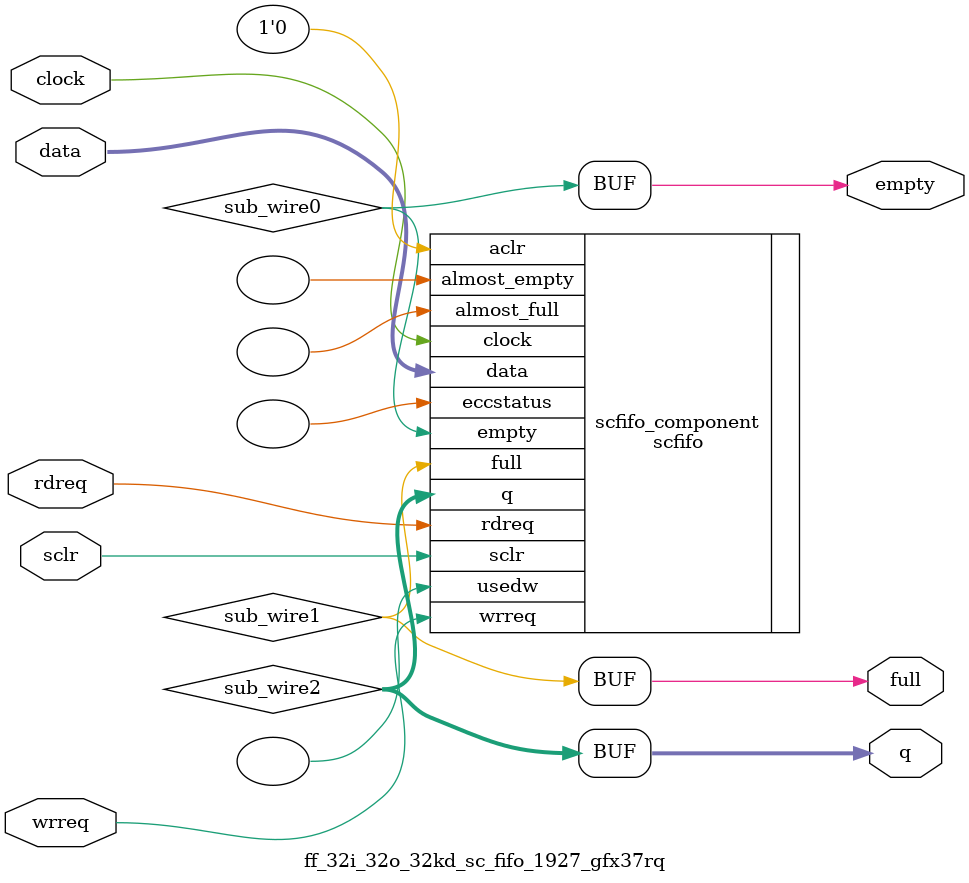
<source format=v>



`timescale 1 ps / 1 ps
// synopsys translate_on
module  ff_32i_32o_32kd_sc_fifo_1927_gfx37rq  (
    clock,
    data,
    rdreq,
    sclr,
    wrreq,
    empty,
    full,
    q);

    input    clock;
    input  [31:0]  data;
    input    rdreq;
    input    sclr;
    input    wrreq;
    output   empty;
    output   full;
    output [31:0]  q;

    wire  sub_wire0;
    wire  sub_wire1;
    wire [31:0] sub_wire2;
    wire  empty = sub_wire0;
    wire  full = sub_wire1;
    wire [31:0] q = sub_wire2[31:0];

    scfifo  scfifo_component (
                .clock (clock),
                .data (data),
                .rdreq (rdreq),
                .sclr (sclr),
                .wrreq (wrreq),
                .empty (sub_wire0),
                .full (sub_wire1),
                .q (sub_wire2),
                .aclr (1'b0),
                .almost_empty (),
                .almost_full (),
                .eccstatus (),
                .usedw ());
    defparam
        scfifo_component.add_ram_output_register  = "ON",
        scfifo_component.enable_ecc  = "FALSE",
        scfifo_component.intended_device_family  = "Agilex 7",
        scfifo_component.lpm_numwords  = 32768,
        scfifo_component.lpm_showahead  = "OFF",
        scfifo_component.lpm_type  = "scfifo",
        scfifo_component.lpm_width  = 32,
        scfifo_component.lpm_widthu  = 15,
        scfifo_component.overflow_checking  = "ON",
        scfifo_component.underflow_checking  = "ON",
        scfifo_component.use_eab  = "ON";


endmodule



</source>
